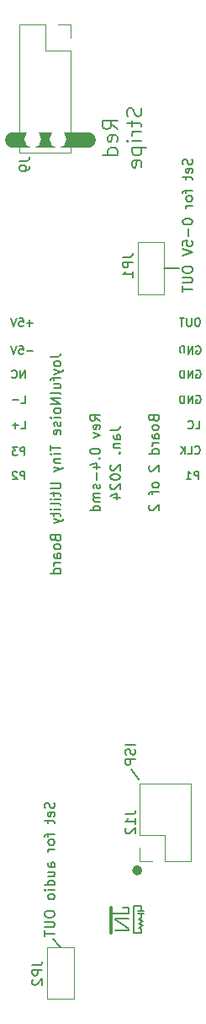
<source format=gbr>
%TF.GenerationSoftware,KiCad,Pcbnew,7.0.8*%
%TF.CreationDate,2024-02-10T19:52:59+11:00*%
%TF.ProjectId,JNTUB,4a4e5455-422e-46b6-9963-61645f706362,rev?*%
%TF.SameCoordinates,Original*%
%TF.FileFunction,Legend,Bot*%
%TF.FilePolarity,Positive*%
%FSLAX46Y46*%
G04 Gerber Fmt 4.6, Leading zero omitted, Abs format (unit mm)*
G04 Created by KiCad (PCBNEW 7.0.8) date 2024-02-10 19:52:59*
%MOMM*%
%LPD*%
G01*
G04 APERTURE LIST*
%ADD10C,0.150000*%
%ADD11C,0.300000*%
%ADD12C,0.200000*%
%ADD13C,0.500000*%
%ADD14C,1.500000*%
%ADD15C,0.120000*%
%ADD16C,3.200000*%
%ADD17R,1.700000X1.700000*%
%ADD18O,1.700000X1.700000*%
%ADD19C,1.400000*%
%ADD20O,1.400000X1.400000*%
%ADD21R,1.600000X1.600000*%
G04 APERTURE END LIST*
D10*
X208534000Y-149504400D02*
X209296000Y-149504400D01*
X207467200Y-146989800D02*
X208026000Y-146989800D01*
X208026000Y-146989800D02*
X208026000Y-147624800D01*
X208026000Y-147624800D02*
X206248000Y-147624800D01*
D11*
X206298800Y-146964400D02*
X206298800Y-149504400D01*
D10*
X208026000Y-148082000D02*
X206705200Y-148082000D01*
X206705200Y-148183600D02*
X208026000Y-149148800D01*
X208026000Y-149250400D02*
X206705200Y-149250400D01*
X208534000Y-146862800D02*
X208534000Y-149504400D01*
X208534000Y-146862800D02*
X209296000Y-146862800D01*
X209296000Y-146862800D02*
X209296000Y-147320000D01*
X209296000Y-147320000D02*
X208991200Y-147320000D01*
X209296000Y-147320000D02*
X209600800Y-147320000D01*
X208991200Y-147624800D02*
X209600800Y-147624800D01*
X209296000Y-147624800D02*
X209296000Y-148031200D01*
X209296000Y-148031200D02*
X209042000Y-148183600D01*
X209042000Y-148183600D02*
X209448400Y-148386800D01*
X209448400Y-148386800D02*
X209042000Y-148590000D01*
X209042000Y-148590000D02*
X209448400Y-148793200D01*
X209448400Y-148793200D02*
X209042000Y-148996400D01*
X209296000Y-149148800D02*
X209296000Y-149504400D01*
X209042000Y-148996400D02*
X209296000Y-149148800D01*
X206705200Y-148082000D02*
X206705200Y-148183600D01*
X208026000Y-149148800D02*
X208026000Y-149250400D01*
D12*
X208280000Y-133096000D02*
X209042000Y-134112000D01*
X200406000Y-150114000D02*
X201200000Y-150970000D01*
D13*
X209169000Y-143256000D02*
G75*
G03*
X209169000Y-143256000I-254000J0D01*
G01*
D14*
X196342000Y-69977000D02*
X204020000Y-69977000D01*
D12*
X211642000Y-82804000D02*
X213130000Y-82804000D01*
X205176219Y-98147714D02*
X204700028Y-97814381D01*
X205176219Y-97576286D02*
X204176219Y-97576286D01*
X204176219Y-97576286D02*
X204176219Y-97957238D01*
X204176219Y-97957238D02*
X204223838Y-98052476D01*
X204223838Y-98052476D02*
X204271457Y-98100095D01*
X204271457Y-98100095D02*
X204366695Y-98147714D01*
X204366695Y-98147714D02*
X204509552Y-98147714D01*
X204509552Y-98147714D02*
X204604790Y-98100095D01*
X204604790Y-98100095D02*
X204652409Y-98052476D01*
X204652409Y-98052476D02*
X204700028Y-97957238D01*
X204700028Y-97957238D02*
X204700028Y-97576286D01*
X205128600Y-98957238D02*
X205176219Y-98862000D01*
X205176219Y-98862000D02*
X205176219Y-98671524D01*
X205176219Y-98671524D02*
X205128600Y-98576286D01*
X205128600Y-98576286D02*
X205033361Y-98528667D01*
X205033361Y-98528667D02*
X204652409Y-98528667D01*
X204652409Y-98528667D02*
X204557171Y-98576286D01*
X204557171Y-98576286D02*
X204509552Y-98671524D01*
X204509552Y-98671524D02*
X204509552Y-98862000D01*
X204509552Y-98862000D02*
X204557171Y-98957238D01*
X204557171Y-98957238D02*
X204652409Y-99004857D01*
X204652409Y-99004857D02*
X204747647Y-99004857D01*
X204747647Y-99004857D02*
X204842885Y-98528667D01*
X204509552Y-99338191D02*
X205176219Y-99576286D01*
X205176219Y-99576286D02*
X204509552Y-99814381D01*
X204176219Y-101147715D02*
X204176219Y-101242953D01*
X204176219Y-101242953D02*
X204223838Y-101338191D01*
X204223838Y-101338191D02*
X204271457Y-101385810D01*
X204271457Y-101385810D02*
X204366695Y-101433429D01*
X204366695Y-101433429D02*
X204557171Y-101481048D01*
X204557171Y-101481048D02*
X204795266Y-101481048D01*
X204795266Y-101481048D02*
X204985742Y-101433429D01*
X204985742Y-101433429D02*
X205080980Y-101385810D01*
X205080980Y-101385810D02*
X205128600Y-101338191D01*
X205128600Y-101338191D02*
X205176219Y-101242953D01*
X205176219Y-101242953D02*
X205176219Y-101147715D01*
X205176219Y-101147715D02*
X205128600Y-101052477D01*
X205128600Y-101052477D02*
X205080980Y-101004858D01*
X205080980Y-101004858D02*
X204985742Y-100957239D01*
X204985742Y-100957239D02*
X204795266Y-100909620D01*
X204795266Y-100909620D02*
X204557171Y-100909620D01*
X204557171Y-100909620D02*
X204366695Y-100957239D01*
X204366695Y-100957239D02*
X204271457Y-101004858D01*
X204271457Y-101004858D02*
X204223838Y-101052477D01*
X204223838Y-101052477D02*
X204176219Y-101147715D01*
X205080980Y-101909620D02*
X205128600Y-101957239D01*
X205128600Y-101957239D02*
X205176219Y-101909620D01*
X205176219Y-101909620D02*
X205128600Y-101862001D01*
X205128600Y-101862001D02*
X205080980Y-101909620D01*
X205080980Y-101909620D02*
X205176219Y-101909620D01*
X204509552Y-102814381D02*
X205176219Y-102814381D01*
X204128600Y-102576286D02*
X204842885Y-102338191D01*
X204842885Y-102338191D02*
X204842885Y-102957238D01*
X204795266Y-103338191D02*
X204795266Y-104100096D01*
X205128600Y-104528667D02*
X205176219Y-104623905D01*
X205176219Y-104623905D02*
X205176219Y-104814381D01*
X205176219Y-104814381D02*
X205128600Y-104909619D01*
X205128600Y-104909619D02*
X205033361Y-104957238D01*
X205033361Y-104957238D02*
X204985742Y-104957238D01*
X204985742Y-104957238D02*
X204890504Y-104909619D01*
X204890504Y-104909619D02*
X204842885Y-104814381D01*
X204842885Y-104814381D02*
X204842885Y-104671524D01*
X204842885Y-104671524D02*
X204795266Y-104576286D01*
X204795266Y-104576286D02*
X204700028Y-104528667D01*
X204700028Y-104528667D02*
X204652409Y-104528667D01*
X204652409Y-104528667D02*
X204557171Y-104576286D01*
X204557171Y-104576286D02*
X204509552Y-104671524D01*
X204509552Y-104671524D02*
X204509552Y-104814381D01*
X204509552Y-104814381D02*
X204557171Y-104909619D01*
X205176219Y-105385810D02*
X204509552Y-105385810D01*
X204604790Y-105385810D02*
X204557171Y-105433429D01*
X204557171Y-105433429D02*
X204509552Y-105528667D01*
X204509552Y-105528667D02*
X204509552Y-105671524D01*
X204509552Y-105671524D02*
X204557171Y-105766762D01*
X204557171Y-105766762D02*
X204652409Y-105814381D01*
X204652409Y-105814381D02*
X205176219Y-105814381D01*
X204652409Y-105814381D02*
X204557171Y-105862000D01*
X204557171Y-105862000D02*
X204509552Y-105957238D01*
X204509552Y-105957238D02*
X204509552Y-106100095D01*
X204509552Y-106100095D02*
X204557171Y-106195334D01*
X204557171Y-106195334D02*
X204652409Y-106242953D01*
X204652409Y-106242953D02*
X205176219Y-106242953D01*
X205176219Y-107147714D02*
X204176219Y-107147714D01*
X205128600Y-107147714D02*
X205176219Y-107052476D01*
X205176219Y-107052476D02*
X205176219Y-106862000D01*
X205176219Y-106862000D02*
X205128600Y-106766762D01*
X205128600Y-106766762D02*
X205080980Y-106719143D01*
X205080980Y-106719143D02*
X204985742Y-106671524D01*
X204985742Y-106671524D02*
X204700028Y-106671524D01*
X204700028Y-106671524D02*
X204604790Y-106719143D01*
X204604790Y-106719143D02*
X204557171Y-106766762D01*
X204557171Y-106766762D02*
X204509552Y-106862000D01*
X204509552Y-106862000D02*
X204509552Y-107052476D01*
X204509552Y-107052476D02*
X204557171Y-107147714D01*
X206208219Y-99076285D02*
X206922504Y-99076285D01*
X206922504Y-99076285D02*
X207065361Y-99028666D01*
X207065361Y-99028666D02*
X207160600Y-98933428D01*
X207160600Y-98933428D02*
X207208219Y-98790571D01*
X207208219Y-98790571D02*
X207208219Y-98695333D01*
X207208219Y-99981047D02*
X206684409Y-99981047D01*
X206684409Y-99981047D02*
X206589171Y-99933428D01*
X206589171Y-99933428D02*
X206541552Y-99838190D01*
X206541552Y-99838190D02*
X206541552Y-99647714D01*
X206541552Y-99647714D02*
X206589171Y-99552476D01*
X207160600Y-99981047D02*
X207208219Y-99885809D01*
X207208219Y-99885809D02*
X207208219Y-99647714D01*
X207208219Y-99647714D02*
X207160600Y-99552476D01*
X207160600Y-99552476D02*
X207065361Y-99504857D01*
X207065361Y-99504857D02*
X206970123Y-99504857D01*
X206970123Y-99504857D02*
X206874885Y-99552476D01*
X206874885Y-99552476D02*
X206827266Y-99647714D01*
X206827266Y-99647714D02*
X206827266Y-99885809D01*
X206827266Y-99885809D02*
X206779647Y-99981047D01*
X206541552Y-100457238D02*
X207208219Y-100457238D01*
X206636790Y-100457238D02*
X206589171Y-100504857D01*
X206589171Y-100504857D02*
X206541552Y-100600095D01*
X206541552Y-100600095D02*
X206541552Y-100742952D01*
X206541552Y-100742952D02*
X206589171Y-100838190D01*
X206589171Y-100838190D02*
X206684409Y-100885809D01*
X206684409Y-100885809D02*
X207208219Y-100885809D01*
X207112980Y-101362000D02*
X207160600Y-101409619D01*
X207160600Y-101409619D02*
X207208219Y-101362000D01*
X207208219Y-101362000D02*
X207160600Y-101314381D01*
X207160600Y-101314381D02*
X207112980Y-101362000D01*
X207112980Y-101362000D02*
X207208219Y-101362000D01*
X206303457Y-102552476D02*
X206255838Y-102600095D01*
X206255838Y-102600095D02*
X206208219Y-102695333D01*
X206208219Y-102695333D02*
X206208219Y-102933428D01*
X206208219Y-102933428D02*
X206255838Y-103028666D01*
X206255838Y-103028666D02*
X206303457Y-103076285D01*
X206303457Y-103076285D02*
X206398695Y-103123904D01*
X206398695Y-103123904D02*
X206493933Y-103123904D01*
X206493933Y-103123904D02*
X206636790Y-103076285D01*
X206636790Y-103076285D02*
X207208219Y-102504857D01*
X207208219Y-102504857D02*
X207208219Y-103123904D01*
X206208219Y-103742952D02*
X206208219Y-103838190D01*
X206208219Y-103838190D02*
X206255838Y-103933428D01*
X206255838Y-103933428D02*
X206303457Y-103981047D01*
X206303457Y-103981047D02*
X206398695Y-104028666D01*
X206398695Y-104028666D02*
X206589171Y-104076285D01*
X206589171Y-104076285D02*
X206827266Y-104076285D01*
X206827266Y-104076285D02*
X207017742Y-104028666D01*
X207017742Y-104028666D02*
X207112980Y-103981047D01*
X207112980Y-103981047D02*
X207160600Y-103933428D01*
X207160600Y-103933428D02*
X207208219Y-103838190D01*
X207208219Y-103838190D02*
X207208219Y-103742952D01*
X207208219Y-103742952D02*
X207160600Y-103647714D01*
X207160600Y-103647714D02*
X207112980Y-103600095D01*
X207112980Y-103600095D02*
X207017742Y-103552476D01*
X207017742Y-103552476D02*
X206827266Y-103504857D01*
X206827266Y-103504857D02*
X206589171Y-103504857D01*
X206589171Y-103504857D02*
X206398695Y-103552476D01*
X206398695Y-103552476D02*
X206303457Y-103600095D01*
X206303457Y-103600095D02*
X206255838Y-103647714D01*
X206255838Y-103647714D02*
X206208219Y-103742952D01*
X206303457Y-104457238D02*
X206255838Y-104504857D01*
X206255838Y-104504857D02*
X206208219Y-104600095D01*
X206208219Y-104600095D02*
X206208219Y-104838190D01*
X206208219Y-104838190D02*
X206255838Y-104933428D01*
X206255838Y-104933428D02*
X206303457Y-104981047D01*
X206303457Y-104981047D02*
X206398695Y-105028666D01*
X206398695Y-105028666D02*
X206493933Y-105028666D01*
X206493933Y-105028666D02*
X206636790Y-104981047D01*
X206636790Y-104981047D02*
X207208219Y-104409619D01*
X207208219Y-104409619D02*
X207208219Y-105028666D01*
X206541552Y-105885809D02*
X207208219Y-105885809D01*
X206160600Y-105647714D02*
X206874885Y-105409619D01*
X206874885Y-105409619D02*
X206874885Y-106028666D01*
X200202219Y-91715712D02*
X200916504Y-91715712D01*
X200916504Y-91715712D02*
X201059361Y-91668093D01*
X201059361Y-91668093D02*
X201154600Y-91572855D01*
X201154600Y-91572855D02*
X201202219Y-91429998D01*
X201202219Y-91429998D02*
X201202219Y-91334760D01*
X201202219Y-92334760D02*
X201154600Y-92239522D01*
X201154600Y-92239522D02*
X201106980Y-92191903D01*
X201106980Y-92191903D02*
X201011742Y-92144284D01*
X201011742Y-92144284D02*
X200726028Y-92144284D01*
X200726028Y-92144284D02*
X200630790Y-92191903D01*
X200630790Y-92191903D02*
X200583171Y-92239522D01*
X200583171Y-92239522D02*
X200535552Y-92334760D01*
X200535552Y-92334760D02*
X200535552Y-92477617D01*
X200535552Y-92477617D02*
X200583171Y-92572855D01*
X200583171Y-92572855D02*
X200630790Y-92620474D01*
X200630790Y-92620474D02*
X200726028Y-92668093D01*
X200726028Y-92668093D02*
X201011742Y-92668093D01*
X201011742Y-92668093D02*
X201106980Y-92620474D01*
X201106980Y-92620474D02*
X201154600Y-92572855D01*
X201154600Y-92572855D02*
X201202219Y-92477617D01*
X201202219Y-92477617D02*
X201202219Y-92334760D01*
X200535552Y-93001427D02*
X201202219Y-93239522D01*
X200535552Y-93477617D02*
X201202219Y-93239522D01*
X201202219Y-93239522D02*
X201440314Y-93144284D01*
X201440314Y-93144284D02*
X201487933Y-93096665D01*
X201487933Y-93096665D02*
X201535552Y-93001427D01*
X200535552Y-93715713D02*
X200535552Y-94096665D01*
X201202219Y-93858570D02*
X200345076Y-93858570D01*
X200345076Y-93858570D02*
X200249838Y-93906189D01*
X200249838Y-93906189D02*
X200202219Y-94001427D01*
X200202219Y-94001427D02*
X200202219Y-94096665D01*
X200535552Y-94858570D02*
X201202219Y-94858570D01*
X200535552Y-94429999D02*
X201059361Y-94429999D01*
X201059361Y-94429999D02*
X201154600Y-94477618D01*
X201154600Y-94477618D02*
X201202219Y-94572856D01*
X201202219Y-94572856D02*
X201202219Y-94715713D01*
X201202219Y-94715713D02*
X201154600Y-94810951D01*
X201154600Y-94810951D02*
X201106980Y-94858570D01*
X201202219Y-95477618D02*
X201154600Y-95382380D01*
X201154600Y-95382380D02*
X201059361Y-95334761D01*
X201059361Y-95334761D02*
X200202219Y-95334761D01*
X201202219Y-95858571D02*
X200202219Y-95858571D01*
X200202219Y-95858571D02*
X201202219Y-96429999D01*
X201202219Y-96429999D02*
X200202219Y-96429999D01*
X201202219Y-97049047D02*
X201154600Y-96953809D01*
X201154600Y-96953809D02*
X201106980Y-96906190D01*
X201106980Y-96906190D02*
X201011742Y-96858571D01*
X201011742Y-96858571D02*
X200726028Y-96858571D01*
X200726028Y-96858571D02*
X200630790Y-96906190D01*
X200630790Y-96906190D02*
X200583171Y-96953809D01*
X200583171Y-96953809D02*
X200535552Y-97049047D01*
X200535552Y-97049047D02*
X200535552Y-97191904D01*
X200535552Y-97191904D02*
X200583171Y-97287142D01*
X200583171Y-97287142D02*
X200630790Y-97334761D01*
X200630790Y-97334761D02*
X200726028Y-97382380D01*
X200726028Y-97382380D02*
X201011742Y-97382380D01*
X201011742Y-97382380D02*
X201106980Y-97334761D01*
X201106980Y-97334761D02*
X201154600Y-97287142D01*
X201154600Y-97287142D02*
X201202219Y-97191904D01*
X201202219Y-97191904D02*
X201202219Y-97049047D01*
X201202219Y-97810952D02*
X200535552Y-97810952D01*
X200202219Y-97810952D02*
X200249838Y-97763333D01*
X200249838Y-97763333D02*
X200297457Y-97810952D01*
X200297457Y-97810952D02*
X200249838Y-97858571D01*
X200249838Y-97858571D02*
X200202219Y-97810952D01*
X200202219Y-97810952D02*
X200297457Y-97810952D01*
X201154600Y-98239523D02*
X201202219Y-98334761D01*
X201202219Y-98334761D02*
X201202219Y-98525237D01*
X201202219Y-98525237D02*
X201154600Y-98620475D01*
X201154600Y-98620475D02*
X201059361Y-98668094D01*
X201059361Y-98668094D02*
X201011742Y-98668094D01*
X201011742Y-98668094D02*
X200916504Y-98620475D01*
X200916504Y-98620475D02*
X200868885Y-98525237D01*
X200868885Y-98525237D02*
X200868885Y-98382380D01*
X200868885Y-98382380D02*
X200821266Y-98287142D01*
X200821266Y-98287142D02*
X200726028Y-98239523D01*
X200726028Y-98239523D02*
X200678409Y-98239523D01*
X200678409Y-98239523D02*
X200583171Y-98287142D01*
X200583171Y-98287142D02*
X200535552Y-98382380D01*
X200535552Y-98382380D02*
X200535552Y-98525237D01*
X200535552Y-98525237D02*
X200583171Y-98620475D01*
X201154600Y-99477618D02*
X201202219Y-99382380D01*
X201202219Y-99382380D02*
X201202219Y-99191904D01*
X201202219Y-99191904D02*
X201154600Y-99096666D01*
X201154600Y-99096666D02*
X201059361Y-99049047D01*
X201059361Y-99049047D02*
X200678409Y-99049047D01*
X200678409Y-99049047D02*
X200583171Y-99096666D01*
X200583171Y-99096666D02*
X200535552Y-99191904D01*
X200535552Y-99191904D02*
X200535552Y-99382380D01*
X200535552Y-99382380D02*
X200583171Y-99477618D01*
X200583171Y-99477618D02*
X200678409Y-99525237D01*
X200678409Y-99525237D02*
X200773647Y-99525237D01*
X200773647Y-99525237D02*
X200868885Y-99049047D01*
X200202219Y-100572857D02*
X200202219Y-101144285D01*
X201202219Y-100858571D02*
X200202219Y-100858571D01*
X201202219Y-101477619D02*
X200535552Y-101477619D01*
X200202219Y-101477619D02*
X200249838Y-101430000D01*
X200249838Y-101430000D02*
X200297457Y-101477619D01*
X200297457Y-101477619D02*
X200249838Y-101525238D01*
X200249838Y-101525238D02*
X200202219Y-101477619D01*
X200202219Y-101477619D02*
X200297457Y-101477619D01*
X200535552Y-101953809D02*
X201202219Y-101953809D01*
X200630790Y-101953809D02*
X200583171Y-102001428D01*
X200583171Y-102001428D02*
X200535552Y-102096666D01*
X200535552Y-102096666D02*
X200535552Y-102239523D01*
X200535552Y-102239523D02*
X200583171Y-102334761D01*
X200583171Y-102334761D02*
X200678409Y-102382380D01*
X200678409Y-102382380D02*
X201202219Y-102382380D01*
X200535552Y-102763333D02*
X201202219Y-103001428D01*
X200535552Y-103239523D02*
X201202219Y-103001428D01*
X201202219Y-103001428D02*
X201440314Y-102906190D01*
X201440314Y-102906190D02*
X201487933Y-102858571D01*
X201487933Y-102858571D02*
X201535552Y-102763333D01*
X200202219Y-104382381D02*
X201011742Y-104382381D01*
X201011742Y-104382381D02*
X201106980Y-104430000D01*
X201106980Y-104430000D02*
X201154600Y-104477619D01*
X201154600Y-104477619D02*
X201202219Y-104572857D01*
X201202219Y-104572857D02*
X201202219Y-104763333D01*
X201202219Y-104763333D02*
X201154600Y-104858571D01*
X201154600Y-104858571D02*
X201106980Y-104906190D01*
X201106980Y-104906190D02*
X201011742Y-104953809D01*
X201011742Y-104953809D02*
X200202219Y-104953809D01*
X200535552Y-105287143D02*
X200535552Y-105668095D01*
X200202219Y-105430000D02*
X201059361Y-105430000D01*
X201059361Y-105430000D02*
X201154600Y-105477619D01*
X201154600Y-105477619D02*
X201202219Y-105572857D01*
X201202219Y-105572857D02*
X201202219Y-105668095D01*
X201202219Y-106001429D02*
X200535552Y-106001429D01*
X200202219Y-106001429D02*
X200249838Y-105953810D01*
X200249838Y-105953810D02*
X200297457Y-106001429D01*
X200297457Y-106001429D02*
X200249838Y-106049048D01*
X200249838Y-106049048D02*
X200202219Y-106001429D01*
X200202219Y-106001429D02*
X200297457Y-106001429D01*
X201202219Y-106620476D02*
X201154600Y-106525238D01*
X201154600Y-106525238D02*
X201059361Y-106477619D01*
X201059361Y-106477619D02*
X200202219Y-106477619D01*
X201202219Y-107001429D02*
X200535552Y-107001429D01*
X200202219Y-107001429D02*
X200249838Y-106953810D01*
X200249838Y-106953810D02*
X200297457Y-107001429D01*
X200297457Y-107001429D02*
X200249838Y-107049048D01*
X200249838Y-107049048D02*
X200202219Y-107001429D01*
X200202219Y-107001429D02*
X200297457Y-107001429D01*
X200535552Y-107334762D02*
X200535552Y-107715714D01*
X200202219Y-107477619D02*
X201059361Y-107477619D01*
X201059361Y-107477619D02*
X201154600Y-107525238D01*
X201154600Y-107525238D02*
X201202219Y-107620476D01*
X201202219Y-107620476D02*
X201202219Y-107715714D01*
X200535552Y-107953810D02*
X201202219Y-108191905D01*
X200535552Y-108430000D02*
X201202219Y-108191905D01*
X201202219Y-108191905D02*
X201440314Y-108096667D01*
X201440314Y-108096667D02*
X201487933Y-108049048D01*
X201487933Y-108049048D02*
X201535552Y-107953810D01*
X200678409Y-109906191D02*
X200726028Y-110049048D01*
X200726028Y-110049048D02*
X200773647Y-110096667D01*
X200773647Y-110096667D02*
X200868885Y-110144286D01*
X200868885Y-110144286D02*
X201011742Y-110144286D01*
X201011742Y-110144286D02*
X201106980Y-110096667D01*
X201106980Y-110096667D02*
X201154600Y-110049048D01*
X201154600Y-110049048D02*
X201202219Y-109953810D01*
X201202219Y-109953810D02*
X201202219Y-109572858D01*
X201202219Y-109572858D02*
X200202219Y-109572858D01*
X200202219Y-109572858D02*
X200202219Y-109906191D01*
X200202219Y-109906191D02*
X200249838Y-110001429D01*
X200249838Y-110001429D02*
X200297457Y-110049048D01*
X200297457Y-110049048D02*
X200392695Y-110096667D01*
X200392695Y-110096667D02*
X200487933Y-110096667D01*
X200487933Y-110096667D02*
X200583171Y-110049048D01*
X200583171Y-110049048D02*
X200630790Y-110001429D01*
X200630790Y-110001429D02*
X200678409Y-109906191D01*
X200678409Y-109906191D02*
X200678409Y-109572858D01*
X201202219Y-110715715D02*
X201154600Y-110620477D01*
X201154600Y-110620477D02*
X201106980Y-110572858D01*
X201106980Y-110572858D02*
X201011742Y-110525239D01*
X201011742Y-110525239D02*
X200726028Y-110525239D01*
X200726028Y-110525239D02*
X200630790Y-110572858D01*
X200630790Y-110572858D02*
X200583171Y-110620477D01*
X200583171Y-110620477D02*
X200535552Y-110715715D01*
X200535552Y-110715715D02*
X200535552Y-110858572D01*
X200535552Y-110858572D02*
X200583171Y-110953810D01*
X200583171Y-110953810D02*
X200630790Y-111001429D01*
X200630790Y-111001429D02*
X200726028Y-111049048D01*
X200726028Y-111049048D02*
X201011742Y-111049048D01*
X201011742Y-111049048D02*
X201106980Y-111001429D01*
X201106980Y-111001429D02*
X201154600Y-110953810D01*
X201154600Y-110953810D02*
X201202219Y-110858572D01*
X201202219Y-110858572D02*
X201202219Y-110715715D01*
X201202219Y-111906191D02*
X200678409Y-111906191D01*
X200678409Y-111906191D02*
X200583171Y-111858572D01*
X200583171Y-111858572D02*
X200535552Y-111763334D01*
X200535552Y-111763334D02*
X200535552Y-111572858D01*
X200535552Y-111572858D02*
X200583171Y-111477620D01*
X201154600Y-111906191D02*
X201202219Y-111810953D01*
X201202219Y-111810953D02*
X201202219Y-111572858D01*
X201202219Y-111572858D02*
X201154600Y-111477620D01*
X201154600Y-111477620D02*
X201059361Y-111430001D01*
X201059361Y-111430001D02*
X200964123Y-111430001D01*
X200964123Y-111430001D02*
X200868885Y-111477620D01*
X200868885Y-111477620D02*
X200821266Y-111572858D01*
X200821266Y-111572858D02*
X200821266Y-111810953D01*
X200821266Y-111810953D02*
X200773647Y-111906191D01*
X201202219Y-112382382D02*
X200535552Y-112382382D01*
X200726028Y-112382382D02*
X200630790Y-112430001D01*
X200630790Y-112430001D02*
X200583171Y-112477620D01*
X200583171Y-112477620D02*
X200535552Y-112572858D01*
X200535552Y-112572858D02*
X200535552Y-112668096D01*
X201202219Y-113430001D02*
X200202219Y-113430001D01*
X201154600Y-113430001D02*
X201202219Y-113334763D01*
X201202219Y-113334763D02*
X201202219Y-113144287D01*
X201202219Y-113144287D02*
X201154600Y-113049049D01*
X201154600Y-113049049D02*
X201106980Y-113001430D01*
X201106980Y-113001430D02*
X201011742Y-112953811D01*
X201011742Y-112953811D02*
X200726028Y-112953811D01*
X200726028Y-112953811D02*
X200630790Y-113001430D01*
X200630790Y-113001430D02*
X200583171Y-113049049D01*
X200583171Y-113049049D02*
X200535552Y-113144287D01*
X200535552Y-113144287D02*
X200535552Y-113334763D01*
X200535552Y-113334763D02*
X200583171Y-113430001D01*
X210568409Y-97911427D02*
X210616028Y-98054284D01*
X210616028Y-98054284D02*
X210663647Y-98101903D01*
X210663647Y-98101903D02*
X210758885Y-98149522D01*
X210758885Y-98149522D02*
X210901742Y-98149522D01*
X210901742Y-98149522D02*
X210996980Y-98101903D01*
X210996980Y-98101903D02*
X211044600Y-98054284D01*
X211044600Y-98054284D02*
X211092219Y-97959046D01*
X211092219Y-97959046D02*
X211092219Y-97578094D01*
X211092219Y-97578094D02*
X210092219Y-97578094D01*
X210092219Y-97578094D02*
X210092219Y-97911427D01*
X210092219Y-97911427D02*
X210139838Y-98006665D01*
X210139838Y-98006665D02*
X210187457Y-98054284D01*
X210187457Y-98054284D02*
X210282695Y-98101903D01*
X210282695Y-98101903D02*
X210377933Y-98101903D01*
X210377933Y-98101903D02*
X210473171Y-98054284D01*
X210473171Y-98054284D02*
X210520790Y-98006665D01*
X210520790Y-98006665D02*
X210568409Y-97911427D01*
X210568409Y-97911427D02*
X210568409Y-97578094D01*
X211092219Y-98720951D02*
X211044600Y-98625713D01*
X211044600Y-98625713D02*
X210996980Y-98578094D01*
X210996980Y-98578094D02*
X210901742Y-98530475D01*
X210901742Y-98530475D02*
X210616028Y-98530475D01*
X210616028Y-98530475D02*
X210520790Y-98578094D01*
X210520790Y-98578094D02*
X210473171Y-98625713D01*
X210473171Y-98625713D02*
X210425552Y-98720951D01*
X210425552Y-98720951D02*
X210425552Y-98863808D01*
X210425552Y-98863808D02*
X210473171Y-98959046D01*
X210473171Y-98959046D02*
X210520790Y-99006665D01*
X210520790Y-99006665D02*
X210616028Y-99054284D01*
X210616028Y-99054284D02*
X210901742Y-99054284D01*
X210901742Y-99054284D02*
X210996980Y-99006665D01*
X210996980Y-99006665D02*
X211044600Y-98959046D01*
X211044600Y-98959046D02*
X211092219Y-98863808D01*
X211092219Y-98863808D02*
X211092219Y-98720951D01*
X211092219Y-99911427D02*
X210568409Y-99911427D01*
X210568409Y-99911427D02*
X210473171Y-99863808D01*
X210473171Y-99863808D02*
X210425552Y-99768570D01*
X210425552Y-99768570D02*
X210425552Y-99578094D01*
X210425552Y-99578094D02*
X210473171Y-99482856D01*
X211044600Y-99911427D02*
X211092219Y-99816189D01*
X211092219Y-99816189D02*
X211092219Y-99578094D01*
X211092219Y-99578094D02*
X211044600Y-99482856D01*
X211044600Y-99482856D02*
X210949361Y-99435237D01*
X210949361Y-99435237D02*
X210854123Y-99435237D01*
X210854123Y-99435237D02*
X210758885Y-99482856D01*
X210758885Y-99482856D02*
X210711266Y-99578094D01*
X210711266Y-99578094D02*
X210711266Y-99816189D01*
X210711266Y-99816189D02*
X210663647Y-99911427D01*
X211092219Y-100387618D02*
X210425552Y-100387618D01*
X210616028Y-100387618D02*
X210520790Y-100435237D01*
X210520790Y-100435237D02*
X210473171Y-100482856D01*
X210473171Y-100482856D02*
X210425552Y-100578094D01*
X210425552Y-100578094D02*
X210425552Y-100673332D01*
X211092219Y-101435237D02*
X210092219Y-101435237D01*
X211044600Y-101435237D02*
X211092219Y-101339999D01*
X211092219Y-101339999D02*
X211092219Y-101149523D01*
X211092219Y-101149523D02*
X211044600Y-101054285D01*
X211044600Y-101054285D02*
X210996980Y-101006666D01*
X210996980Y-101006666D02*
X210901742Y-100959047D01*
X210901742Y-100959047D02*
X210616028Y-100959047D01*
X210616028Y-100959047D02*
X210520790Y-101006666D01*
X210520790Y-101006666D02*
X210473171Y-101054285D01*
X210473171Y-101054285D02*
X210425552Y-101149523D01*
X210425552Y-101149523D02*
X210425552Y-101339999D01*
X210425552Y-101339999D02*
X210473171Y-101435237D01*
X210187457Y-102625714D02*
X210139838Y-102673333D01*
X210139838Y-102673333D02*
X210092219Y-102768571D01*
X210092219Y-102768571D02*
X210092219Y-103006666D01*
X210092219Y-103006666D02*
X210139838Y-103101904D01*
X210139838Y-103101904D02*
X210187457Y-103149523D01*
X210187457Y-103149523D02*
X210282695Y-103197142D01*
X210282695Y-103197142D02*
X210377933Y-103197142D01*
X210377933Y-103197142D02*
X210520790Y-103149523D01*
X210520790Y-103149523D02*
X211092219Y-102578095D01*
X211092219Y-102578095D02*
X211092219Y-103197142D01*
X211092219Y-104530476D02*
X211044600Y-104435238D01*
X211044600Y-104435238D02*
X210996980Y-104387619D01*
X210996980Y-104387619D02*
X210901742Y-104340000D01*
X210901742Y-104340000D02*
X210616028Y-104340000D01*
X210616028Y-104340000D02*
X210520790Y-104387619D01*
X210520790Y-104387619D02*
X210473171Y-104435238D01*
X210473171Y-104435238D02*
X210425552Y-104530476D01*
X210425552Y-104530476D02*
X210425552Y-104673333D01*
X210425552Y-104673333D02*
X210473171Y-104768571D01*
X210473171Y-104768571D02*
X210520790Y-104816190D01*
X210520790Y-104816190D02*
X210616028Y-104863809D01*
X210616028Y-104863809D02*
X210901742Y-104863809D01*
X210901742Y-104863809D02*
X210996980Y-104816190D01*
X210996980Y-104816190D02*
X211044600Y-104768571D01*
X211044600Y-104768571D02*
X211092219Y-104673333D01*
X211092219Y-104673333D02*
X211092219Y-104530476D01*
X210425552Y-105149524D02*
X210425552Y-105530476D01*
X211092219Y-105292381D02*
X210235076Y-105292381D01*
X210235076Y-105292381D02*
X210139838Y-105340000D01*
X210139838Y-105340000D02*
X210092219Y-105435238D01*
X210092219Y-105435238D02*
X210092219Y-105530476D01*
X210187457Y-106578096D02*
X210139838Y-106625715D01*
X210139838Y-106625715D02*
X210092219Y-106720953D01*
X210092219Y-106720953D02*
X210092219Y-106959048D01*
X210092219Y-106959048D02*
X210139838Y-107054286D01*
X210139838Y-107054286D02*
X210187457Y-107101905D01*
X210187457Y-107101905D02*
X210282695Y-107149524D01*
X210282695Y-107149524D02*
X210377933Y-107149524D01*
X210377933Y-107149524D02*
X210520790Y-107101905D01*
X210520790Y-107101905D02*
X211092219Y-106530477D01*
X211092219Y-106530477D02*
X211092219Y-107149524D01*
X208732219Y-130671673D02*
X207732219Y-130671673D01*
X208684600Y-131100244D02*
X208732219Y-131243101D01*
X208732219Y-131243101D02*
X208732219Y-131481196D01*
X208732219Y-131481196D02*
X208684600Y-131576434D01*
X208684600Y-131576434D02*
X208636980Y-131624053D01*
X208636980Y-131624053D02*
X208541742Y-131671672D01*
X208541742Y-131671672D02*
X208446504Y-131671672D01*
X208446504Y-131671672D02*
X208351266Y-131624053D01*
X208351266Y-131624053D02*
X208303647Y-131576434D01*
X208303647Y-131576434D02*
X208256028Y-131481196D01*
X208256028Y-131481196D02*
X208208409Y-131290720D01*
X208208409Y-131290720D02*
X208160790Y-131195482D01*
X208160790Y-131195482D02*
X208113171Y-131147863D01*
X208113171Y-131147863D02*
X208017933Y-131100244D01*
X208017933Y-131100244D02*
X207922695Y-131100244D01*
X207922695Y-131100244D02*
X207827457Y-131147863D01*
X207827457Y-131147863D02*
X207779838Y-131195482D01*
X207779838Y-131195482D02*
X207732219Y-131290720D01*
X207732219Y-131290720D02*
X207732219Y-131528815D01*
X207732219Y-131528815D02*
X207779838Y-131671672D01*
X208732219Y-132100244D02*
X207732219Y-132100244D01*
X207732219Y-132100244D02*
X207732219Y-132481196D01*
X207732219Y-132481196D02*
X207779838Y-132576434D01*
X207779838Y-132576434D02*
X207827457Y-132624053D01*
X207827457Y-132624053D02*
X207922695Y-132671672D01*
X207922695Y-132671672D02*
X208065552Y-132671672D01*
X208065552Y-132671672D02*
X208160790Y-132624053D01*
X208160790Y-132624053D02*
X208208409Y-132576434D01*
X208208409Y-132576434D02*
X208256028Y-132481196D01*
X208256028Y-132481196D02*
X208256028Y-132100244D01*
X200556600Y-136458610D02*
X200604219Y-136601467D01*
X200604219Y-136601467D02*
X200604219Y-136839562D01*
X200604219Y-136839562D02*
X200556600Y-136934800D01*
X200556600Y-136934800D02*
X200508980Y-136982419D01*
X200508980Y-136982419D02*
X200413742Y-137030038D01*
X200413742Y-137030038D02*
X200318504Y-137030038D01*
X200318504Y-137030038D02*
X200223266Y-136982419D01*
X200223266Y-136982419D02*
X200175647Y-136934800D01*
X200175647Y-136934800D02*
X200128028Y-136839562D01*
X200128028Y-136839562D02*
X200080409Y-136649086D01*
X200080409Y-136649086D02*
X200032790Y-136553848D01*
X200032790Y-136553848D02*
X199985171Y-136506229D01*
X199985171Y-136506229D02*
X199889933Y-136458610D01*
X199889933Y-136458610D02*
X199794695Y-136458610D01*
X199794695Y-136458610D02*
X199699457Y-136506229D01*
X199699457Y-136506229D02*
X199651838Y-136553848D01*
X199651838Y-136553848D02*
X199604219Y-136649086D01*
X199604219Y-136649086D02*
X199604219Y-136887181D01*
X199604219Y-136887181D02*
X199651838Y-137030038D01*
X200556600Y-137839562D02*
X200604219Y-137744324D01*
X200604219Y-137744324D02*
X200604219Y-137553848D01*
X200604219Y-137553848D02*
X200556600Y-137458610D01*
X200556600Y-137458610D02*
X200461361Y-137410991D01*
X200461361Y-137410991D02*
X200080409Y-137410991D01*
X200080409Y-137410991D02*
X199985171Y-137458610D01*
X199985171Y-137458610D02*
X199937552Y-137553848D01*
X199937552Y-137553848D02*
X199937552Y-137744324D01*
X199937552Y-137744324D02*
X199985171Y-137839562D01*
X199985171Y-137839562D02*
X200080409Y-137887181D01*
X200080409Y-137887181D02*
X200175647Y-137887181D01*
X200175647Y-137887181D02*
X200270885Y-137410991D01*
X199937552Y-138172896D02*
X199937552Y-138553848D01*
X199604219Y-138315753D02*
X200461361Y-138315753D01*
X200461361Y-138315753D02*
X200556600Y-138363372D01*
X200556600Y-138363372D02*
X200604219Y-138458610D01*
X200604219Y-138458610D02*
X200604219Y-138553848D01*
X199937552Y-139506230D02*
X199937552Y-139887182D01*
X200604219Y-139649087D02*
X199747076Y-139649087D01*
X199747076Y-139649087D02*
X199651838Y-139696706D01*
X199651838Y-139696706D02*
X199604219Y-139791944D01*
X199604219Y-139791944D02*
X199604219Y-139887182D01*
X200604219Y-140363373D02*
X200556600Y-140268135D01*
X200556600Y-140268135D02*
X200508980Y-140220516D01*
X200508980Y-140220516D02*
X200413742Y-140172897D01*
X200413742Y-140172897D02*
X200128028Y-140172897D01*
X200128028Y-140172897D02*
X200032790Y-140220516D01*
X200032790Y-140220516D02*
X199985171Y-140268135D01*
X199985171Y-140268135D02*
X199937552Y-140363373D01*
X199937552Y-140363373D02*
X199937552Y-140506230D01*
X199937552Y-140506230D02*
X199985171Y-140601468D01*
X199985171Y-140601468D02*
X200032790Y-140649087D01*
X200032790Y-140649087D02*
X200128028Y-140696706D01*
X200128028Y-140696706D02*
X200413742Y-140696706D01*
X200413742Y-140696706D02*
X200508980Y-140649087D01*
X200508980Y-140649087D02*
X200556600Y-140601468D01*
X200556600Y-140601468D02*
X200604219Y-140506230D01*
X200604219Y-140506230D02*
X200604219Y-140363373D01*
X200604219Y-141125278D02*
X199937552Y-141125278D01*
X200128028Y-141125278D02*
X200032790Y-141172897D01*
X200032790Y-141172897D02*
X199985171Y-141220516D01*
X199985171Y-141220516D02*
X199937552Y-141315754D01*
X199937552Y-141315754D02*
X199937552Y-141410992D01*
X200604219Y-142934802D02*
X200080409Y-142934802D01*
X200080409Y-142934802D02*
X199985171Y-142887183D01*
X199985171Y-142887183D02*
X199937552Y-142791945D01*
X199937552Y-142791945D02*
X199937552Y-142601469D01*
X199937552Y-142601469D02*
X199985171Y-142506231D01*
X200556600Y-142934802D02*
X200604219Y-142839564D01*
X200604219Y-142839564D02*
X200604219Y-142601469D01*
X200604219Y-142601469D02*
X200556600Y-142506231D01*
X200556600Y-142506231D02*
X200461361Y-142458612D01*
X200461361Y-142458612D02*
X200366123Y-142458612D01*
X200366123Y-142458612D02*
X200270885Y-142506231D01*
X200270885Y-142506231D02*
X200223266Y-142601469D01*
X200223266Y-142601469D02*
X200223266Y-142839564D01*
X200223266Y-142839564D02*
X200175647Y-142934802D01*
X199937552Y-143839564D02*
X200604219Y-143839564D01*
X199937552Y-143410993D02*
X200461361Y-143410993D01*
X200461361Y-143410993D02*
X200556600Y-143458612D01*
X200556600Y-143458612D02*
X200604219Y-143553850D01*
X200604219Y-143553850D02*
X200604219Y-143696707D01*
X200604219Y-143696707D02*
X200556600Y-143791945D01*
X200556600Y-143791945D02*
X200508980Y-143839564D01*
X200604219Y-144744326D02*
X199604219Y-144744326D01*
X200556600Y-144744326D02*
X200604219Y-144649088D01*
X200604219Y-144649088D02*
X200604219Y-144458612D01*
X200604219Y-144458612D02*
X200556600Y-144363374D01*
X200556600Y-144363374D02*
X200508980Y-144315755D01*
X200508980Y-144315755D02*
X200413742Y-144268136D01*
X200413742Y-144268136D02*
X200128028Y-144268136D01*
X200128028Y-144268136D02*
X200032790Y-144315755D01*
X200032790Y-144315755D02*
X199985171Y-144363374D01*
X199985171Y-144363374D02*
X199937552Y-144458612D01*
X199937552Y-144458612D02*
X199937552Y-144649088D01*
X199937552Y-144649088D02*
X199985171Y-144744326D01*
X200604219Y-145220517D02*
X199937552Y-145220517D01*
X199604219Y-145220517D02*
X199651838Y-145172898D01*
X199651838Y-145172898D02*
X199699457Y-145220517D01*
X199699457Y-145220517D02*
X199651838Y-145268136D01*
X199651838Y-145268136D02*
X199604219Y-145220517D01*
X199604219Y-145220517D02*
X199699457Y-145220517D01*
X200604219Y-145839564D02*
X200556600Y-145744326D01*
X200556600Y-145744326D02*
X200508980Y-145696707D01*
X200508980Y-145696707D02*
X200413742Y-145649088D01*
X200413742Y-145649088D02*
X200128028Y-145649088D01*
X200128028Y-145649088D02*
X200032790Y-145696707D01*
X200032790Y-145696707D02*
X199985171Y-145744326D01*
X199985171Y-145744326D02*
X199937552Y-145839564D01*
X199937552Y-145839564D02*
X199937552Y-145982421D01*
X199937552Y-145982421D02*
X199985171Y-146077659D01*
X199985171Y-146077659D02*
X200032790Y-146125278D01*
X200032790Y-146125278D02*
X200128028Y-146172897D01*
X200128028Y-146172897D02*
X200413742Y-146172897D01*
X200413742Y-146172897D02*
X200508980Y-146125278D01*
X200508980Y-146125278D02*
X200556600Y-146077659D01*
X200556600Y-146077659D02*
X200604219Y-145982421D01*
X200604219Y-145982421D02*
X200604219Y-145839564D01*
X199604219Y-147553850D02*
X199604219Y-147744326D01*
X199604219Y-147744326D02*
X199651838Y-147839564D01*
X199651838Y-147839564D02*
X199747076Y-147934802D01*
X199747076Y-147934802D02*
X199937552Y-147982421D01*
X199937552Y-147982421D02*
X200270885Y-147982421D01*
X200270885Y-147982421D02*
X200461361Y-147934802D01*
X200461361Y-147934802D02*
X200556600Y-147839564D01*
X200556600Y-147839564D02*
X200604219Y-147744326D01*
X200604219Y-147744326D02*
X200604219Y-147553850D01*
X200604219Y-147553850D02*
X200556600Y-147458612D01*
X200556600Y-147458612D02*
X200461361Y-147363374D01*
X200461361Y-147363374D02*
X200270885Y-147315755D01*
X200270885Y-147315755D02*
X199937552Y-147315755D01*
X199937552Y-147315755D02*
X199747076Y-147363374D01*
X199747076Y-147363374D02*
X199651838Y-147458612D01*
X199651838Y-147458612D02*
X199604219Y-147553850D01*
X199604219Y-148410993D02*
X200413742Y-148410993D01*
X200413742Y-148410993D02*
X200508980Y-148458612D01*
X200508980Y-148458612D02*
X200556600Y-148506231D01*
X200556600Y-148506231D02*
X200604219Y-148601469D01*
X200604219Y-148601469D02*
X200604219Y-148791945D01*
X200604219Y-148791945D02*
X200556600Y-148887183D01*
X200556600Y-148887183D02*
X200508980Y-148934802D01*
X200508980Y-148934802D02*
X200413742Y-148982421D01*
X200413742Y-148982421D02*
X199604219Y-148982421D01*
X199604219Y-149315755D02*
X199604219Y-149887183D01*
X200604219Y-149601469D02*
X199604219Y-149601469D01*
D10*
X214858523Y-90659390D02*
X214934713Y-90621295D01*
X214934713Y-90621295D02*
X215048999Y-90621295D01*
X215048999Y-90621295D02*
X215163285Y-90659390D01*
X215163285Y-90659390D02*
X215239475Y-90735580D01*
X215239475Y-90735580D02*
X215277570Y-90811771D01*
X215277570Y-90811771D02*
X215315666Y-90964152D01*
X215315666Y-90964152D02*
X215315666Y-91078438D01*
X215315666Y-91078438D02*
X215277570Y-91230819D01*
X215277570Y-91230819D02*
X215239475Y-91307009D01*
X215239475Y-91307009D02*
X215163285Y-91383200D01*
X215163285Y-91383200D02*
X215048999Y-91421295D01*
X215048999Y-91421295D02*
X214972808Y-91421295D01*
X214972808Y-91421295D02*
X214858523Y-91383200D01*
X214858523Y-91383200D02*
X214820427Y-91345104D01*
X214820427Y-91345104D02*
X214820427Y-91078438D01*
X214820427Y-91078438D02*
X214972808Y-91078438D01*
X214477570Y-91421295D02*
X214477570Y-90621295D01*
X214477570Y-90621295D02*
X214020427Y-91421295D01*
X214020427Y-91421295D02*
X214020427Y-90621295D01*
X213639475Y-91421295D02*
X213639475Y-90621295D01*
X213639475Y-90621295D02*
X213448999Y-90621295D01*
X213448999Y-90621295D02*
X213334713Y-90659390D01*
X213334713Y-90659390D02*
X213258523Y-90735580D01*
X213258523Y-90735580D02*
X213220428Y-90811771D01*
X213220428Y-90811771D02*
X213182332Y-90964152D01*
X213182332Y-90964152D02*
X213182332Y-91078438D01*
X213182332Y-91078438D02*
X213220428Y-91230819D01*
X213220428Y-91230819D02*
X213258523Y-91307009D01*
X213258523Y-91307009D02*
X213334713Y-91383200D01*
X213334713Y-91383200D02*
X213448999Y-91421295D01*
X213448999Y-91421295D02*
X213639475Y-91421295D01*
X214858523Y-93072390D02*
X214934713Y-93034295D01*
X214934713Y-93034295D02*
X215048999Y-93034295D01*
X215048999Y-93034295D02*
X215163285Y-93072390D01*
X215163285Y-93072390D02*
X215239475Y-93148580D01*
X215239475Y-93148580D02*
X215277570Y-93224771D01*
X215277570Y-93224771D02*
X215315666Y-93377152D01*
X215315666Y-93377152D02*
X215315666Y-93491438D01*
X215315666Y-93491438D02*
X215277570Y-93643819D01*
X215277570Y-93643819D02*
X215239475Y-93720009D01*
X215239475Y-93720009D02*
X215163285Y-93796200D01*
X215163285Y-93796200D02*
X215048999Y-93834295D01*
X215048999Y-93834295D02*
X214972808Y-93834295D01*
X214972808Y-93834295D02*
X214858523Y-93796200D01*
X214858523Y-93796200D02*
X214820427Y-93758104D01*
X214820427Y-93758104D02*
X214820427Y-93491438D01*
X214820427Y-93491438D02*
X214972808Y-93491438D01*
X214477570Y-93834295D02*
X214477570Y-93034295D01*
X214477570Y-93034295D02*
X214020427Y-93834295D01*
X214020427Y-93834295D02*
X214020427Y-93034295D01*
X213639475Y-93834295D02*
X213639475Y-93034295D01*
X213639475Y-93034295D02*
X213448999Y-93034295D01*
X213448999Y-93034295D02*
X213334713Y-93072390D01*
X213334713Y-93072390D02*
X213258523Y-93148580D01*
X213258523Y-93148580D02*
X213220428Y-93224771D01*
X213220428Y-93224771D02*
X213182332Y-93377152D01*
X213182332Y-93377152D02*
X213182332Y-93491438D01*
X213182332Y-93491438D02*
X213220428Y-93643819D01*
X213220428Y-93643819D02*
X213258523Y-93720009D01*
X213258523Y-93720009D02*
X213334713Y-93796200D01*
X213334713Y-93796200D02*
X213448999Y-93834295D01*
X213448999Y-93834295D02*
X213639475Y-93834295D01*
X214858523Y-95612390D02*
X214934713Y-95574295D01*
X214934713Y-95574295D02*
X215048999Y-95574295D01*
X215048999Y-95574295D02*
X215163285Y-95612390D01*
X215163285Y-95612390D02*
X215239475Y-95688580D01*
X215239475Y-95688580D02*
X215277570Y-95764771D01*
X215277570Y-95764771D02*
X215315666Y-95917152D01*
X215315666Y-95917152D02*
X215315666Y-96031438D01*
X215315666Y-96031438D02*
X215277570Y-96183819D01*
X215277570Y-96183819D02*
X215239475Y-96260009D01*
X215239475Y-96260009D02*
X215163285Y-96336200D01*
X215163285Y-96336200D02*
X215048999Y-96374295D01*
X215048999Y-96374295D02*
X214972808Y-96374295D01*
X214972808Y-96374295D02*
X214858523Y-96336200D01*
X214858523Y-96336200D02*
X214820427Y-96298104D01*
X214820427Y-96298104D02*
X214820427Y-96031438D01*
X214820427Y-96031438D02*
X214972808Y-96031438D01*
X214477570Y-96374295D02*
X214477570Y-95574295D01*
X214477570Y-95574295D02*
X214020427Y-96374295D01*
X214020427Y-96374295D02*
X214020427Y-95574295D01*
X213639475Y-96374295D02*
X213639475Y-95574295D01*
X213639475Y-95574295D02*
X213448999Y-95574295D01*
X213448999Y-95574295D02*
X213334713Y-95612390D01*
X213334713Y-95612390D02*
X213258523Y-95688580D01*
X213258523Y-95688580D02*
X213220428Y-95764771D01*
X213220428Y-95764771D02*
X213182332Y-95917152D01*
X213182332Y-95917152D02*
X213182332Y-96031438D01*
X213182332Y-96031438D02*
X213220428Y-96183819D01*
X213220428Y-96183819D02*
X213258523Y-96260009D01*
X213258523Y-96260009D02*
X213334713Y-96336200D01*
X213334713Y-96336200D02*
X213448999Y-96374295D01*
X213448999Y-96374295D02*
X213639475Y-96374295D01*
X214725189Y-101378104D02*
X214763285Y-101416200D01*
X214763285Y-101416200D02*
X214877570Y-101454295D01*
X214877570Y-101454295D02*
X214953761Y-101454295D01*
X214953761Y-101454295D02*
X215068047Y-101416200D01*
X215068047Y-101416200D02*
X215144237Y-101340009D01*
X215144237Y-101340009D02*
X215182332Y-101263819D01*
X215182332Y-101263819D02*
X215220428Y-101111438D01*
X215220428Y-101111438D02*
X215220428Y-100997152D01*
X215220428Y-100997152D02*
X215182332Y-100844771D01*
X215182332Y-100844771D02*
X215144237Y-100768580D01*
X215144237Y-100768580D02*
X215068047Y-100692390D01*
X215068047Y-100692390D02*
X214953761Y-100654295D01*
X214953761Y-100654295D02*
X214877570Y-100654295D01*
X214877570Y-100654295D02*
X214763285Y-100692390D01*
X214763285Y-100692390D02*
X214725189Y-100730485D01*
X214001380Y-101454295D02*
X214382332Y-101454295D01*
X214382332Y-101454295D02*
X214382332Y-100654295D01*
X213734713Y-101454295D02*
X213734713Y-100654295D01*
X213277570Y-101454295D02*
X213620428Y-100997152D01*
X213277570Y-100654295D02*
X213734713Y-101111438D01*
X215093475Y-103994295D02*
X215093475Y-103194295D01*
X215093475Y-103194295D02*
X214788713Y-103194295D01*
X214788713Y-103194295D02*
X214712523Y-103232390D01*
X214712523Y-103232390D02*
X214674428Y-103270485D01*
X214674428Y-103270485D02*
X214636332Y-103346676D01*
X214636332Y-103346676D02*
X214636332Y-103460961D01*
X214636332Y-103460961D02*
X214674428Y-103537152D01*
X214674428Y-103537152D02*
X214712523Y-103575247D01*
X214712523Y-103575247D02*
X214788713Y-103613342D01*
X214788713Y-103613342D02*
X215093475Y-103613342D01*
X213874428Y-103994295D02*
X214331571Y-103994295D01*
X214102999Y-103994295D02*
X214102999Y-103194295D01*
X214102999Y-103194295D02*
X214179190Y-103308580D01*
X214179190Y-103308580D02*
X214255380Y-103384771D01*
X214255380Y-103384771D02*
X214331571Y-103422866D01*
X197567475Y-103994295D02*
X197567475Y-103194295D01*
X197567475Y-103194295D02*
X197262713Y-103194295D01*
X197262713Y-103194295D02*
X197186523Y-103232390D01*
X197186523Y-103232390D02*
X197148428Y-103270485D01*
X197148428Y-103270485D02*
X197110332Y-103346676D01*
X197110332Y-103346676D02*
X197110332Y-103460961D01*
X197110332Y-103460961D02*
X197148428Y-103537152D01*
X197148428Y-103537152D02*
X197186523Y-103575247D01*
X197186523Y-103575247D02*
X197262713Y-103613342D01*
X197262713Y-103613342D02*
X197567475Y-103613342D01*
X196805571Y-103270485D02*
X196767475Y-103232390D01*
X196767475Y-103232390D02*
X196691285Y-103194295D01*
X196691285Y-103194295D02*
X196500809Y-103194295D01*
X196500809Y-103194295D02*
X196424618Y-103232390D01*
X196424618Y-103232390D02*
X196386523Y-103270485D01*
X196386523Y-103270485D02*
X196348428Y-103346676D01*
X196348428Y-103346676D02*
X196348428Y-103422866D01*
X196348428Y-103422866D02*
X196386523Y-103537152D01*
X196386523Y-103537152D02*
X196843666Y-103994295D01*
X196843666Y-103994295D02*
X196348428Y-103994295D01*
X197567475Y-101581295D02*
X197567475Y-100781295D01*
X197567475Y-100781295D02*
X197262713Y-100781295D01*
X197262713Y-100781295D02*
X197186523Y-100819390D01*
X197186523Y-100819390D02*
X197148428Y-100857485D01*
X197148428Y-100857485D02*
X197110332Y-100933676D01*
X197110332Y-100933676D02*
X197110332Y-101047961D01*
X197110332Y-101047961D02*
X197148428Y-101124152D01*
X197148428Y-101124152D02*
X197186523Y-101162247D01*
X197186523Y-101162247D02*
X197262713Y-101200342D01*
X197262713Y-101200342D02*
X197567475Y-101200342D01*
X196843666Y-100781295D02*
X196348428Y-100781295D01*
X196348428Y-100781295D02*
X196615094Y-101086057D01*
X196615094Y-101086057D02*
X196500809Y-101086057D01*
X196500809Y-101086057D02*
X196424618Y-101124152D01*
X196424618Y-101124152D02*
X196386523Y-101162247D01*
X196386523Y-101162247D02*
X196348428Y-101238438D01*
X196348428Y-101238438D02*
X196348428Y-101428914D01*
X196348428Y-101428914D02*
X196386523Y-101505104D01*
X196386523Y-101505104D02*
X196424618Y-101543200D01*
X196424618Y-101543200D02*
X196500809Y-101581295D01*
X196500809Y-101581295D02*
X196729380Y-101581295D01*
X196729380Y-101581295D02*
X196805571Y-101543200D01*
X196805571Y-101543200D02*
X196843666Y-101505104D01*
X197224618Y-98914295D02*
X197605570Y-98914295D01*
X197605570Y-98914295D02*
X197605570Y-98114295D01*
X196957951Y-98609533D02*
X196348428Y-98609533D01*
X196653189Y-98914295D02*
X196653189Y-98304771D01*
X197224618Y-96374295D02*
X197605570Y-96374295D01*
X197605570Y-96374295D02*
X197605570Y-95574295D01*
X196957951Y-96069533D02*
X196348428Y-96069533D01*
X197605570Y-93834295D02*
X197605570Y-93034295D01*
X197605570Y-93034295D02*
X197148427Y-93834295D01*
X197148427Y-93834295D02*
X197148427Y-93034295D01*
X196310332Y-93758104D02*
X196348428Y-93796200D01*
X196348428Y-93796200D02*
X196462713Y-93834295D01*
X196462713Y-93834295D02*
X196538904Y-93834295D01*
X196538904Y-93834295D02*
X196653190Y-93796200D01*
X196653190Y-93796200D02*
X196729380Y-93720009D01*
X196729380Y-93720009D02*
X196767475Y-93643819D01*
X196767475Y-93643819D02*
X196805571Y-93491438D01*
X196805571Y-93491438D02*
X196805571Y-93377152D01*
X196805571Y-93377152D02*
X196767475Y-93224771D01*
X196767475Y-93224771D02*
X196729380Y-93148580D01*
X196729380Y-93148580D02*
X196653190Y-93072390D01*
X196653190Y-93072390D02*
X196538904Y-93034295D01*
X196538904Y-93034295D02*
X196462713Y-93034295D01*
X196462713Y-93034295D02*
X196348428Y-93072390D01*
X196348428Y-93072390D02*
X196310332Y-93110485D01*
X198386570Y-91116533D02*
X197777047Y-91116533D01*
X197015142Y-90621295D02*
X197396094Y-90621295D01*
X197396094Y-90621295D02*
X197434190Y-91002247D01*
X197434190Y-91002247D02*
X197396094Y-90964152D01*
X197396094Y-90964152D02*
X197319904Y-90926057D01*
X197319904Y-90926057D02*
X197129428Y-90926057D01*
X197129428Y-90926057D02*
X197053237Y-90964152D01*
X197053237Y-90964152D02*
X197015142Y-91002247D01*
X197015142Y-91002247D02*
X196977047Y-91078438D01*
X196977047Y-91078438D02*
X196977047Y-91268914D01*
X196977047Y-91268914D02*
X197015142Y-91345104D01*
X197015142Y-91345104D02*
X197053237Y-91383200D01*
X197053237Y-91383200D02*
X197129428Y-91421295D01*
X197129428Y-91421295D02*
X197319904Y-91421295D01*
X197319904Y-91421295D02*
X197396094Y-91383200D01*
X197396094Y-91383200D02*
X197434190Y-91345104D01*
X196748475Y-90621295D02*
X196481808Y-91421295D01*
X196481808Y-91421295D02*
X196215142Y-90621295D01*
X198386570Y-88322533D02*
X197777047Y-88322533D01*
X198081808Y-88627295D02*
X198081808Y-88017771D01*
X197015142Y-87827295D02*
X197396094Y-87827295D01*
X197396094Y-87827295D02*
X197434190Y-88208247D01*
X197434190Y-88208247D02*
X197396094Y-88170152D01*
X197396094Y-88170152D02*
X197319904Y-88132057D01*
X197319904Y-88132057D02*
X197129428Y-88132057D01*
X197129428Y-88132057D02*
X197053237Y-88170152D01*
X197053237Y-88170152D02*
X197015142Y-88208247D01*
X197015142Y-88208247D02*
X196977047Y-88284438D01*
X196977047Y-88284438D02*
X196977047Y-88474914D01*
X196977047Y-88474914D02*
X197015142Y-88551104D01*
X197015142Y-88551104D02*
X197053237Y-88589200D01*
X197053237Y-88589200D02*
X197129428Y-88627295D01*
X197129428Y-88627295D02*
X197319904Y-88627295D01*
X197319904Y-88627295D02*
X197396094Y-88589200D01*
X197396094Y-88589200D02*
X197434190Y-88551104D01*
X196748475Y-87827295D02*
X196481808Y-88627295D01*
X196481808Y-88627295D02*
X196215142Y-87827295D01*
X214782380Y-98914295D02*
X215163332Y-98914295D01*
X215163332Y-98914295D02*
X215163332Y-98114295D01*
X214058570Y-98838104D02*
X214096666Y-98876200D01*
X214096666Y-98876200D02*
X214210951Y-98914295D01*
X214210951Y-98914295D02*
X214287142Y-98914295D01*
X214287142Y-98914295D02*
X214401428Y-98876200D01*
X214401428Y-98876200D02*
X214477618Y-98800009D01*
X214477618Y-98800009D02*
X214515713Y-98723819D01*
X214515713Y-98723819D02*
X214553809Y-98571438D01*
X214553809Y-98571438D02*
X214553809Y-98457152D01*
X214553809Y-98457152D02*
X214515713Y-98304771D01*
X214515713Y-98304771D02*
X214477618Y-98228580D01*
X214477618Y-98228580D02*
X214401428Y-98152390D01*
X214401428Y-98152390D02*
X214287142Y-98114295D01*
X214287142Y-98114295D02*
X214210951Y-98114295D01*
X214210951Y-98114295D02*
X214096666Y-98152390D01*
X214096666Y-98152390D02*
X214058570Y-98190485D01*
D12*
X206946028Y-68872857D02*
X206231742Y-68372857D01*
X206946028Y-68015714D02*
X205446028Y-68015714D01*
X205446028Y-68015714D02*
X205446028Y-68587143D01*
X205446028Y-68587143D02*
X205517457Y-68730000D01*
X205517457Y-68730000D02*
X205588885Y-68801429D01*
X205588885Y-68801429D02*
X205731742Y-68872857D01*
X205731742Y-68872857D02*
X205946028Y-68872857D01*
X205946028Y-68872857D02*
X206088885Y-68801429D01*
X206088885Y-68801429D02*
X206160314Y-68730000D01*
X206160314Y-68730000D02*
X206231742Y-68587143D01*
X206231742Y-68587143D02*
X206231742Y-68015714D01*
X206874600Y-70087143D02*
X206946028Y-69944286D01*
X206946028Y-69944286D02*
X206946028Y-69658572D01*
X206946028Y-69658572D02*
X206874600Y-69515714D01*
X206874600Y-69515714D02*
X206731742Y-69444286D01*
X206731742Y-69444286D02*
X206160314Y-69444286D01*
X206160314Y-69444286D02*
X206017457Y-69515714D01*
X206017457Y-69515714D02*
X205946028Y-69658572D01*
X205946028Y-69658572D02*
X205946028Y-69944286D01*
X205946028Y-69944286D02*
X206017457Y-70087143D01*
X206017457Y-70087143D02*
X206160314Y-70158572D01*
X206160314Y-70158572D02*
X206303171Y-70158572D01*
X206303171Y-70158572D02*
X206446028Y-69444286D01*
X206946028Y-71444286D02*
X205446028Y-71444286D01*
X206874600Y-71444286D02*
X206946028Y-71301428D01*
X206946028Y-71301428D02*
X206946028Y-71015714D01*
X206946028Y-71015714D02*
X206874600Y-70872857D01*
X206874600Y-70872857D02*
X206803171Y-70801428D01*
X206803171Y-70801428D02*
X206660314Y-70730000D01*
X206660314Y-70730000D02*
X206231742Y-70730000D01*
X206231742Y-70730000D02*
X206088885Y-70801428D01*
X206088885Y-70801428D02*
X206017457Y-70872857D01*
X206017457Y-70872857D02*
X205946028Y-71015714D01*
X205946028Y-71015714D02*
X205946028Y-71301428D01*
X205946028Y-71301428D02*
X206017457Y-71444286D01*
X209289600Y-66730000D02*
X209361028Y-66944286D01*
X209361028Y-66944286D02*
X209361028Y-67301428D01*
X209361028Y-67301428D02*
X209289600Y-67444286D01*
X209289600Y-67444286D02*
X209218171Y-67515714D01*
X209218171Y-67515714D02*
X209075314Y-67587143D01*
X209075314Y-67587143D02*
X208932457Y-67587143D01*
X208932457Y-67587143D02*
X208789600Y-67515714D01*
X208789600Y-67515714D02*
X208718171Y-67444286D01*
X208718171Y-67444286D02*
X208646742Y-67301428D01*
X208646742Y-67301428D02*
X208575314Y-67015714D01*
X208575314Y-67015714D02*
X208503885Y-66872857D01*
X208503885Y-66872857D02*
X208432457Y-66801428D01*
X208432457Y-66801428D02*
X208289600Y-66730000D01*
X208289600Y-66730000D02*
X208146742Y-66730000D01*
X208146742Y-66730000D02*
X208003885Y-66801428D01*
X208003885Y-66801428D02*
X207932457Y-66872857D01*
X207932457Y-66872857D02*
X207861028Y-67015714D01*
X207861028Y-67015714D02*
X207861028Y-67372857D01*
X207861028Y-67372857D02*
X207932457Y-67587143D01*
X208361028Y-68015714D02*
X208361028Y-68587142D01*
X207861028Y-68229999D02*
X209146742Y-68229999D01*
X209146742Y-68229999D02*
X209289600Y-68301428D01*
X209289600Y-68301428D02*
X209361028Y-68444285D01*
X209361028Y-68444285D02*
X209361028Y-68587142D01*
X209361028Y-69087142D02*
X208361028Y-69087142D01*
X208646742Y-69087142D02*
X208503885Y-69158571D01*
X208503885Y-69158571D02*
X208432457Y-69230000D01*
X208432457Y-69230000D02*
X208361028Y-69372857D01*
X208361028Y-69372857D02*
X208361028Y-69515714D01*
X209361028Y-70015713D02*
X208361028Y-70015713D01*
X207861028Y-70015713D02*
X207932457Y-69944285D01*
X207932457Y-69944285D02*
X208003885Y-70015713D01*
X208003885Y-70015713D02*
X207932457Y-70087142D01*
X207932457Y-70087142D02*
X207861028Y-70015713D01*
X207861028Y-70015713D02*
X208003885Y-70015713D01*
X208361028Y-70729999D02*
X209861028Y-70729999D01*
X208432457Y-70729999D02*
X208361028Y-70872857D01*
X208361028Y-70872857D02*
X208361028Y-71158571D01*
X208361028Y-71158571D02*
X208432457Y-71301428D01*
X208432457Y-71301428D02*
X208503885Y-71372857D01*
X208503885Y-71372857D02*
X208646742Y-71444285D01*
X208646742Y-71444285D02*
X209075314Y-71444285D01*
X209075314Y-71444285D02*
X209218171Y-71372857D01*
X209218171Y-71372857D02*
X209289600Y-71301428D01*
X209289600Y-71301428D02*
X209361028Y-71158571D01*
X209361028Y-71158571D02*
X209361028Y-70872857D01*
X209361028Y-70872857D02*
X209289600Y-70729999D01*
X209289600Y-72658571D02*
X209361028Y-72515714D01*
X209361028Y-72515714D02*
X209361028Y-72230000D01*
X209361028Y-72230000D02*
X209289600Y-72087142D01*
X209289600Y-72087142D02*
X209146742Y-72015714D01*
X209146742Y-72015714D02*
X208575314Y-72015714D01*
X208575314Y-72015714D02*
X208432457Y-72087142D01*
X208432457Y-72087142D02*
X208361028Y-72230000D01*
X208361028Y-72230000D02*
X208361028Y-72515714D01*
X208361028Y-72515714D02*
X208432457Y-72658571D01*
X208432457Y-72658571D02*
X208575314Y-72730000D01*
X208575314Y-72730000D02*
X208718171Y-72730000D01*
X208718171Y-72730000D02*
X208861028Y-72015714D01*
X214434600Y-71862054D02*
X214482219Y-72004911D01*
X214482219Y-72004911D02*
X214482219Y-72243006D01*
X214482219Y-72243006D02*
X214434600Y-72338244D01*
X214434600Y-72338244D02*
X214386980Y-72385863D01*
X214386980Y-72385863D02*
X214291742Y-72433482D01*
X214291742Y-72433482D02*
X214196504Y-72433482D01*
X214196504Y-72433482D02*
X214101266Y-72385863D01*
X214101266Y-72385863D02*
X214053647Y-72338244D01*
X214053647Y-72338244D02*
X214006028Y-72243006D01*
X214006028Y-72243006D02*
X213958409Y-72052530D01*
X213958409Y-72052530D02*
X213910790Y-71957292D01*
X213910790Y-71957292D02*
X213863171Y-71909673D01*
X213863171Y-71909673D02*
X213767933Y-71862054D01*
X213767933Y-71862054D02*
X213672695Y-71862054D01*
X213672695Y-71862054D02*
X213577457Y-71909673D01*
X213577457Y-71909673D02*
X213529838Y-71957292D01*
X213529838Y-71957292D02*
X213482219Y-72052530D01*
X213482219Y-72052530D02*
X213482219Y-72290625D01*
X213482219Y-72290625D02*
X213529838Y-72433482D01*
X214434600Y-73243006D02*
X214482219Y-73147768D01*
X214482219Y-73147768D02*
X214482219Y-72957292D01*
X214482219Y-72957292D02*
X214434600Y-72862054D01*
X214434600Y-72862054D02*
X214339361Y-72814435D01*
X214339361Y-72814435D02*
X213958409Y-72814435D01*
X213958409Y-72814435D02*
X213863171Y-72862054D01*
X213863171Y-72862054D02*
X213815552Y-72957292D01*
X213815552Y-72957292D02*
X213815552Y-73147768D01*
X213815552Y-73147768D02*
X213863171Y-73243006D01*
X213863171Y-73243006D02*
X213958409Y-73290625D01*
X213958409Y-73290625D02*
X214053647Y-73290625D01*
X214053647Y-73290625D02*
X214148885Y-72814435D01*
X213815552Y-73576340D02*
X213815552Y-73957292D01*
X213482219Y-73719197D02*
X214339361Y-73719197D01*
X214339361Y-73719197D02*
X214434600Y-73766816D01*
X214434600Y-73766816D02*
X214482219Y-73862054D01*
X214482219Y-73862054D02*
X214482219Y-73957292D01*
X213815552Y-74909674D02*
X213815552Y-75290626D01*
X214482219Y-75052531D02*
X213625076Y-75052531D01*
X213625076Y-75052531D02*
X213529838Y-75100150D01*
X213529838Y-75100150D02*
X213482219Y-75195388D01*
X213482219Y-75195388D02*
X213482219Y-75290626D01*
X214482219Y-75766817D02*
X214434600Y-75671579D01*
X214434600Y-75671579D02*
X214386980Y-75623960D01*
X214386980Y-75623960D02*
X214291742Y-75576341D01*
X214291742Y-75576341D02*
X214006028Y-75576341D01*
X214006028Y-75576341D02*
X213910790Y-75623960D01*
X213910790Y-75623960D02*
X213863171Y-75671579D01*
X213863171Y-75671579D02*
X213815552Y-75766817D01*
X213815552Y-75766817D02*
X213815552Y-75909674D01*
X213815552Y-75909674D02*
X213863171Y-76004912D01*
X213863171Y-76004912D02*
X213910790Y-76052531D01*
X213910790Y-76052531D02*
X214006028Y-76100150D01*
X214006028Y-76100150D02*
X214291742Y-76100150D01*
X214291742Y-76100150D02*
X214386980Y-76052531D01*
X214386980Y-76052531D02*
X214434600Y-76004912D01*
X214434600Y-76004912D02*
X214482219Y-75909674D01*
X214482219Y-75909674D02*
X214482219Y-75766817D01*
X214482219Y-76528722D02*
X213815552Y-76528722D01*
X214006028Y-76528722D02*
X213910790Y-76576341D01*
X213910790Y-76576341D02*
X213863171Y-76623960D01*
X213863171Y-76623960D02*
X213815552Y-76719198D01*
X213815552Y-76719198D02*
X213815552Y-76814436D01*
X213482219Y-78100151D02*
X213482219Y-78195389D01*
X213482219Y-78195389D02*
X213529838Y-78290627D01*
X213529838Y-78290627D02*
X213577457Y-78338246D01*
X213577457Y-78338246D02*
X213672695Y-78385865D01*
X213672695Y-78385865D02*
X213863171Y-78433484D01*
X213863171Y-78433484D02*
X214101266Y-78433484D01*
X214101266Y-78433484D02*
X214291742Y-78385865D01*
X214291742Y-78385865D02*
X214386980Y-78338246D01*
X214386980Y-78338246D02*
X214434600Y-78290627D01*
X214434600Y-78290627D02*
X214482219Y-78195389D01*
X214482219Y-78195389D02*
X214482219Y-78100151D01*
X214482219Y-78100151D02*
X214434600Y-78004913D01*
X214434600Y-78004913D02*
X214386980Y-77957294D01*
X214386980Y-77957294D02*
X214291742Y-77909675D01*
X214291742Y-77909675D02*
X214101266Y-77862056D01*
X214101266Y-77862056D02*
X213863171Y-77862056D01*
X213863171Y-77862056D02*
X213672695Y-77909675D01*
X213672695Y-77909675D02*
X213577457Y-77957294D01*
X213577457Y-77957294D02*
X213529838Y-78004913D01*
X213529838Y-78004913D02*
X213482219Y-78100151D01*
X214101266Y-78862056D02*
X214101266Y-79623961D01*
X213482219Y-80576341D02*
X213482219Y-80100151D01*
X213482219Y-80100151D02*
X213958409Y-80052532D01*
X213958409Y-80052532D02*
X213910790Y-80100151D01*
X213910790Y-80100151D02*
X213863171Y-80195389D01*
X213863171Y-80195389D02*
X213863171Y-80433484D01*
X213863171Y-80433484D02*
X213910790Y-80528722D01*
X213910790Y-80528722D02*
X213958409Y-80576341D01*
X213958409Y-80576341D02*
X214053647Y-80623960D01*
X214053647Y-80623960D02*
X214291742Y-80623960D01*
X214291742Y-80623960D02*
X214386980Y-80576341D01*
X214386980Y-80576341D02*
X214434600Y-80528722D01*
X214434600Y-80528722D02*
X214482219Y-80433484D01*
X214482219Y-80433484D02*
X214482219Y-80195389D01*
X214482219Y-80195389D02*
X214434600Y-80100151D01*
X214434600Y-80100151D02*
X214386980Y-80052532D01*
X213482219Y-80909675D02*
X214482219Y-81243008D01*
X214482219Y-81243008D02*
X213482219Y-81576341D01*
X213482219Y-82862056D02*
X213482219Y-83052532D01*
X213482219Y-83052532D02*
X213529838Y-83147770D01*
X213529838Y-83147770D02*
X213625076Y-83243008D01*
X213625076Y-83243008D02*
X213815552Y-83290627D01*
X213815552Y-83290627D02*
X214148885Y-83290627D01*
X214148885Y-83290627D02*
X214339361Y-83243008D01*
X214339361Y-83243008D02*
X214434600Y-83147770D01*
X214434600Y-83147770D02*
X214482219Y-83052532D01*
X214482219Y-83052532D02*
X214482219Y-82862056D01*
X214482219Y-82862056D02*
X214434600Y-82766818D01*
X214434600Y-82766818D02*
X214339361Y-82671580D01*
X214339361Y-82671580D02*
X214148885Y-82623961D01*
X214148885Y-82623961D02*
X213815552Y-82623961D01*
X213815552Y-82623961D02*
X213625076Y-82671580D01*
X213625076Y-82671580D02*
X213529838Y-82766818D01*
X213529838Y-82766818D02*
X213482219Y-82862056D01*
X213482219Y-83719199D02*
X214291742Y-83719199D01*
X214291742Y-83719199D02*
X214386980Y-83766818D01*
X214386980Y-83766818D02*
X214434600Y-83814437D01*
X214434600Y-83814437D02*
X214482219Y-83909675D01*
X214482219Y-83909675D02*
X214482219Y-84100151D01*
X214482219Y-84100151D02*
X214434600Y-84195389D01*
X214434600Y-84195389D02*
X214386980Y-84243008D01*
X214386980Y-84243008D02*
X214291742Y-84290627D01*
X214291742Y-84290627D02*
X213482219Y-84290627D01*
X213482219Y-84623961D02*
X213482219Y-85195389D01*
X214482219Y-84909675D02*
X213482219Y-84909675D01*
D10*
X215048999Y-87827295D02*
X214896618Y-87827295D01*
X214896618Y-87827295D02*
X214820428Y-87865390D01*
X214820428Y-87865390D02*
X214744237Y-87941580D01*
X214744237Y-87941580D02*
X214706142Y-88093961D01*
X214706142Y-88093961D02*
X214706142Y-88360628D01*
X214706142Y-88360628D02*
X214744237Y-88513009D01*
X214744237Y-88513009D02*
X214820428Y-88589200D01*
X214820428Y-88589200D02*
X214896618Y-88627295D01*
X214896618Y-88627295D02*
X215048999Y-88627295D01*
X215048999Y-88627295D02*
X215125190Y-88589200D01*
X215125190Y-88589200D02*
X215201380Y-88513009D01*
X215201380Y-88513009D02*
X215239476Y-88360628D01*
X215239476Y-88360628D02*
X215239476Y-88093961D01*
X215239476Y-88093961D02*
X215201380Y-87941580D01*
X215201380Y-87941580D02*
X215125190Y-87865390D01*
X215125190Y-87865390D02*
X215048999Y-87827295D01*
X214363285Y-87827295D02*
X214363285Y-88474914D01*
X214363285Y-88474914D02*
X214325190Y-88551104D01*
X214325190Y-88551104D02*
X214287095Y-88589200D01*
X214287095Y-88589200D02*
X214210904Y-88627295D01*
X214210904Y-88627295D02*
X214058523Y-88627295D01*
X214058523Y-88627295D02*
X213982333Y-88589200D01*
X213982333Y-88589200D02*
X213944238Y-88551104D01*
X213944238Y-88551104D02*
X213906142Y-88474914D01*
X213906142Y-88474914D02*
X213906142Y-87827295D01*
X213639476Y-87827295D02*
X213182333Y-87827295D01*
X213410905Y-88627295D02*
X213410905Y-87827295D01*
X197066819Y-72056666D02*
X197781104Y-72056666D01*
X197781104Y-72056666D02*
X197923961Y-72009047D01*
X197923961Y-72009047D02*
X198019200Y-71913809D01*
X198019200Y-71913809D02*
X198066819Y-71770952D01*
X198066819Y-71770952D02*
X198066819Y-71675714D01*
X198066819Y-72580476D02*
X198066819Y-72770952D01*
X198066819Y-72770952D02*
X198019200Y-72866190D01*
X198019200Y-72866190D02*
X197971580Y-72913809D01*
X197971580Y-72913809D02*
X197828723Y-73009047D01*
X197828723Y-73009047D02*
X197638247Y-73056666D01*
X197638247Y-73056666D02*
X197257295Y-73056666D01*
X197257295Y-73056666D02*
X197162057Y-73009047D01*
X197162057Y-73009047D02*
X197114438Y-72961428D01*
X197114438Y-72961428D02*
X197066819Y-72866190D01*
X197066819Y-72866190D02*
X197066819Y-72675714D01*
X197066819Y-72675714D02*
X197114438Y-72580476D01*
X197114438Y-72580476D02*
X197162057Y-72532857D01*
X197162057Y-72532857D02*
X197257295Y-72485238D01*
X197257295Y-72485238D02*
X197495390Y-72485238D01*
X197495390Y-72485238D02*
X197590628Y-72532857D01*
X197590628Y-72532857D02*
X197638247Y-72580476D01*
X197638247Y-72580476D02*
X197685866Y-72675714D01*
X197685866Y-72675714D02*
X197685866Y-72866190D01*
X197685866Y-72866190D02*
X197638247Y-72961428D01*
X197638247Y-72961428D02*
X197590628Y-73009047D01*
X197590628Y-73009047D02*
X197495390Y-73056666D01*
X207464819Y-81716666D02*
X208179104Y-81716666D01*
X208179104Y-81716666D02*
X208321961Y-81669047D01*
X208321961Y-81669047D02*
X208417200Y-81573809D01*
X208417200Y-81573809D02*
X208464819Y-81430952D01*
X208464819Y-81430952D02*
X208464819Y-81335714D01*
X208464819Y-82192857D02*
X207464819Y-82192857D01*
X207464819Y-82192857D02*
X207464819Y-82573809D01*
X207464819Y-82573809D02*
X207512438Y-82669047D01*
X207512438Y-82669047D02*
X207560057Y-82716666D01*
X207560057Y-82716666D02*
X207655295Y-82764285D01*
X207655295Y-82764285D02*
X207798152Y-82764285D01*
X207798152Y-82764285D02*
X207893390Y-82716666D01*
X207893390Y-82716666D02*
X207941009Y-82669047D01*
X207941009Y-82669047D02*
X207988628Y-82573809D01*
X207988628Y-82573809D02*
X207988628Y-82192857D01*
X208464819Y-83716666D02*
X208464819Y-83145238D01*
X208464819Y-83430952D02*
X207464819Y-83430952D01*
X207464819Y-83430952D02*
X207607676Y-83335714D01*
X207607676Y-83335714D02*
X207702914Y-83240476D01*
X207702914Y-83240476D02*
X207750533Y-83145238D01*
X207734819Y-137620476D02*
X208449104Y-137620476D01*
X208449104Y-137620476D02*
X208591961Y-137572857D01*
X208591961Y-137572857D02*
X208687200Y-137477619D01*
X208687200Y-137477619D02*
X208734819Y-137334762D01*
X208734819Y-137334762D02*
X208734819Y-137239524D01*
X208734819Y-138620476D02*
X208734819Y-138049048D01*
X208734819Y-138334762D02*
X207734819Y-138334762D01*
X207734819Y-138334762D02*
X207877676Y-138239524D01*
X207877676Y-138239524D02*
X207972914Y-138144286D01*
X207972914Y-138144286D02*
X208020533Y-138049048D01*
X207830057Y-139001429D02*
X207782438Y-139049048D01*
X207782438Y-139049048D02*
X207734819Y-139144286D01*
X207734819Y-139144286D02*
X207734819Y-139382381D01*
X207734819Y-139382381D02*
X207782438Y-139477619D01*
X207782438Y-139477619D02*
X207830057Y-139525238D01*
X207830057Y-139525238D02*
X207925295Y-139572857D01*
X207925295Y-139572857D02*
X208020533Y-139572857D01*
X208020533Y-139572857D02*
X208163390Y-139525238D01*
X208163390Y-139525238D02*
X208734819Y-138953810D01*
X208734819Y-138953810D02*
X208734819Y-139572857D01*
X198354819Y-152766666D02*
X199069104Y-152766666D01*
X199069104Y-152766666D02*
X199211961Y-152719047D01*
X199211961Y-152719047D02*
X199307200Y-152623809D01*
X199307200Y-152623809D02*
X199354819Y-152480952D01*
X199354819Y-152480952D02*
X199354819Y-152385714D01*
X199354819Y-153242857D02*
X198354819Y-153242857D01*
X198354819Y-153242857D02*
X198354819Y-153623809D01*
X198354819Y-153623809D02*
X198402438Y-153719047D01*
X198402438Y-153719047D02*
X198450057Y-153766666D01*
X198450057Y-153766666D02*
X198545295Y-153814285D01*
X198545295Y-153814285D02*
X198688152Y-153814285D01*
X198688152Y-153814285D02*
X198783390Y-153766666D01*
X198783390Y-153766666D02*
X198831009Y-153719047D01*
X198831009Y-153719047D02*
X198878628Y-153623809D01*
X198878628Y-153623809D02*
X198878628Y-153242857D01*
X198450057Y-154195238D02*
X198402438Y-154242857D01*
X198402438Y-154242857D02*
X198354819Y-154338095D01*
X198354819Y-154338095D02*
X198354819Y-154576190D01*
X198354819Y-154576190D02*
X198402438Y-154671428D01*
X198402438Y-154671428D02*
X198450057Y-154719047D01*
X198450057Y-154719047D02*
X198545295Y-154766666D01*
X198545295Y-154766666D02*
X198640533Y-154766666D01*
X198640533Y-154766666D02*
X198783390Y-154719047D01*
X198783390Y-154719047D02*
X199354819Y-154147619D01*
X199354819Y-154147619D02*
X199354819Y-154766666D01*
D15*
%TO.C,J9*%
X202244000Y-71180000D02*
X197044000Y-71180000D01*
X202244000Y-60960000D02*
X202244000Y-71180000D01*
X202244000Y-60960000D02*
X199644000Y-60960000D01*
X202244000Y-59690000D02*
X202244000Y-58360000D01*
X202244000Y-58360000D02*
X200914000Y-58360000D01*
X199644000Y-60960000D02*
X199644000Y-58360000D01*
X199644000Y-58360000D02*
X197044000Y-58360000D01*
X197044000Y-58360000D02*
X197044000Y-71180000D01*
%TO.C,JP1*%
X211642000Y-85404000D02*
X208982000Y-85404000D01*
X211642000Y-82804000D02*
X211642000Y-85404000D01*
X211642000Y-82804000D02*
X211642000Y-80204000D01*
X211642000Y-80204000D02*
X208982000Y-80204000D01*
X208982000Y-80204000D02*
X208982000Y-85404000D01*
%TO.C,J12*%
X209109000Y-134560000D02*
X214309000Y-134560000D01*
X209109000Y-139700000D02*
X209109000Y-134560000D01*
X209109000Y-139700000D02*
X211709000Y-139700000D01*
X209109000Y-140970000D02*
X209109000Y-142300000D01*
X209109000Y-142300000D02*
X210439000Y-142300000D01*
X211709000Y-139700000D02*
X211709000Y-142300000D01*
X211709000Y-142300000D02*
X214309000Y-142300000D01*
X214309000Y-142300000D02*
X214309000Y-134560000D01*
%TO.C,JP2*%
X199866500Y-156173500D02*
X199870000Y-150970000D01*
X199866500Y-156173500D02*
X202526500Y-156173500D01*
X199870000Y-150970000D02*
X202530000Y-150970000D01*
X202526500Y-156173500D02*
X202530000Y-150970000D01*
%TD*%
%LPC*%
D16*
%TO.C,H2*%
X205740000Y-90678000D03*
%TD*%
D17*
%TO.C,J11*%
X213487000Y-89662000D03*
D18*
X213487000Y-92202000D03*
X213487000Y-94742000D03*
X213487000Y-97282000D03*
X213487000Y-99822000D03*
X213487000Y-102362000D03*
X213487000Y-104902000D03*
%TD*%
D17*
%TO.C,J10*%
X197993000Y-89662000D03*
D18*
X197993000Y-92202000D03*
X197993000Y-94742000D03*
X197993000Y-97282000D03*
X197993000Y-99822000D03*
X197993000Y-102362000D03*
X197993000Y-104902000D03*
%TD*%
D19*
%TO.C,R23*%
X199840000Y-86100000D03*
D20*
X202380000Y-86100000D03*
%TD*%
D19*
%TO.C,R19*%
X210780000Y-125390000D03*
D20*
X213320000Y-125390000D03*
%TD*%
D17*
%TO.C,J9*%
X200914000Y-59690000D03*
D18*
X198374000Y-59690000D03*
X200914000Y-62230000D03*
X198374000Y-62230000D03*
X200914000Y-64770000D03*
X198374000Y-64770000D03*
X200914000Y-67310000D03*
X198374000Y-67310000D03*
X200914000Y-69850000D03*
X198374000Y-69850000D03*
%TD*%
D17*
%TO.C,JP1*%
X210312000Y-81534000D03*
D18*
X210312000Y-84074000D03*
%TD*%
D21*
%TO.C,J12*%
X210439000Y-140970000D03*
D18*
X212979000Y-140970000D03*
X210439000Y-138430000D03*
X212979000Y-138430000D03*
X210439000Y-135890000D03*
X212979000Y-135890000D03*
%TD*%
D17*
%TO.C,JP2*%
X201200000Y-154840000D03*
D18*
X201200000Y-152300000D03*
%TD*%
%LPD*%
M02*

</source>
